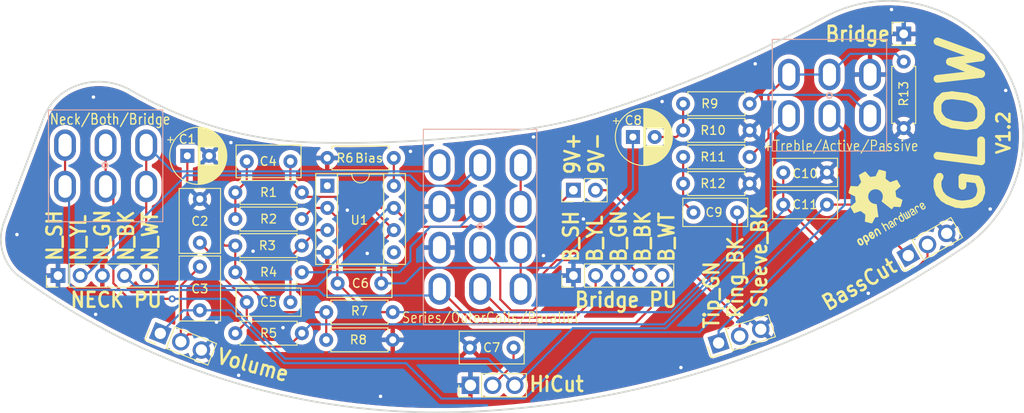
<source format=kicad_pcb>
(kicad_pcb (version 20211014) (generator pcbnew)
  (title_block (title "GLOW") (date "2022-04-10") (rev "A") (company "andre.janowicz@gmail.com") (comment 1 "https://github.com/andrejanowicz/GLOW") (comment 2 "Attribution-NonCommercial-ShareAlike 4.0 CC BY-NC-SA 4.0") (comment 3 "w. K-Mod Single Coil option") (comment 4 "Replacement Preamp PCB for G&L(R) L-2000 and L-2500 Tribute(R) Basses"))
  (layers (0 "F.Cu" signal) (31 "B.Cu" signal) (34 "B.Paste" user) (35 "F.Paste" user) (36 "B.SilkS" user "B.Silkscreen") (37 "F.SilkS" user "F.Silkscreen") (38 "B.Mask" user) (39 "F.Mask" user) (44 "Edge.Cuts" user))
  (net 0 "")
  (net 1 "Net-(C1-Pad1)")
  (net 2 "Net-(C2-Pad2)")
  (net 3 "Net-(C4-Pad2)")
  (net 4 "+9V")
  (net 7 "N_YELLOW")
  (net 8 "N_BLACK")
  (net 9 "Net-(C4-Pad1)")
  (net 10 "B_YELLOW")
  (net 11 "B_BLACK")
  (net 12 "Net-(C6-Pad2)")
  (net 13 "Net-(S2-Pad3)")
  (net 14 "Net-(S2-Pad12)")
  (net 15 "PU_OUT")
  (net 16 "AUDIO_JACK_SLEEVE_GROUND")
  (net 17 "PREAMP_IN")
  (net 18 "AUDIO_JACK_TIP_SIGNAL")
  (net 19 "PREAMP_SW")
  (net 20 "PREAMP_OUT")
  (net 21 "9V_NEGATIVE")
  (net 22 "NECK_OUT")
  (net 23 "Net-(C5-Pad2)")
  (net 24 "BRIDGE_OUT")
  (net 25 "Net-(C7-Pad1)")
  (net 26 "Net-(C8-Pad2)")
  (net 27 "Net-(C9-Pad2)")
  (net 28 "Net-(R6-Pad1)")
  (net 29 "Net-(C11-Pad2)")
  (footprint "Capacitor_THT:C_Rect_L7.2mm_W4.5mm_P5.00mm_FKS2_FKP2_MKS2_MKP2" (layer "F.Cu") (at 54.356 118.872 -90)
    (fp_text reference "C3" (at 2.54 0 180) (layer "F.SilkS"))
    (fp_text value "220pF")
    (pad "1" thru_hole circle (at 0 0 270) (size 1.6 1.6) (drill 0.8) (layers *.Cu *.Mask) (net 17 "PREAMP_IN"))
    (pad "2" thru_hole circle (at 5 0 270) (size 1.6 1.6) (drill 0.8) (layers *.Cu *.Mask) (net 29 "Net-(C11-Pad2)"))
  )
  (footprint "Resistor_THT:R_Axial_DIN0207_L6.3mm_D2.5mm_P7.62mm_Horizontal" (layer "F.Cu") (at 68.834 127.254)
    (fp_text reference "R8" (at 3.683 0) (layer "F.SilkS"))
    (fp_text value "1M")
    (pad "1" thru_hole circle (at 0 0) (size 1.6 1.6) (drill 0.8) (layers *.Cu *.Mask) (net 1 "Net-(C1-Pad1)"))
    (pad "2" thru_hole oval (at 7.62 0) (size 1.6 1.6) (drill 0.8) (layers *.Cu *.Mask) (net 16 "AUDIO_JACK_SLEEVE_GROUND"))
  )
  (footprint "Connector_PinHeader_2.54mm:PinHeader_1x05_P2.54mm_Vertical" (layer "F.Cu") (at 97.16 119.888 90)
    (fp_text reference "J2" hide)
    (fp_text value "Bridge")
    (pad "1" thru_hole rect (at 0 0 90) (size 1.7 1.7) (drill 1) (layers *.Cu *.Mask) (net 16 "AUDIO_JACK_SLEEVE_GROUND"))
    (pad "2" thru_hole oval (at 0 2.54 90) (size 1.7 1.7) (drill 1) (layers *.Cu *.Mask) (net 10 "B_YELLOW"))
    (pad "3" thru_hole oval (at 0 5.08 90) (size 1.7 1.7) (drill 1) (layers *.Cu *.Mask) (net 16 "AUDIO_JACK_SLEEVE_GROUND"))
    (pad "4" thru_hole oval (at 0 7.62 90) (size 1.7 1.7) (drill 1) (layers *.Cu *.Mask) (net 11 "B_BLACK"))
    (pad "5" thru_hole oval (at 0 10.16 90) (size 1.7 1.7) (drill 1) (layers *.Cu *.Mask) (net 24 "BRIDGE_OUT"))
  )
  (footprint "Symbol:OSHW-Logo2_9.8x8mm_SilkScreen" (layer "F.Cu") (at 132.08 111.379 30)
    (fp_text reference "REF**" hide)
    (fp_text value "OSHW-Logo2_9.8x8mm_SilkScreen" hide)
  )
  (footprint "Capacitor_THT:C_Rect_L7.2mm_W3.0mm_P5.00mm_FKS2_FKP2_MKS2_MKP2" (layer "F.Cu") (at 121.198 111.76)
    (fp_text reference "C11" (at 2.5 0) (layer "F.SilkS"))
    (fp_text value "2,2nF")
    (pad "1" thru_hole circle (at 0 0) (size 1.6 1.6) (drill 0.8) (layers *.Cu *.Mask) (net 15 "PU_OUT"))
    (pad "2" thru_hole circle (at 5 0) (size 1.6 1.6) (drill 0.8) (layers *.Cu *.Mask) (net 29 "Net-(C11-Pad2)"))
  )
  (footprint "Connector_PinHeader_2.54mm:PinHeader_1x03_P2.54mm_Vertical" (layer "F.Cu") (at 85.359 132.461 90)
    (fp_text reference "P2" hide)
    (fp_text value "Hi Cut 250k log")
    (pad "1" thru_hole rect (at 0 0 90) (size 2 2) (drill 1.3) (layers *.Cu *.Mask) (net 16 "AUDIO_JACK_SLEEVE_GROUND"))
    (pad "2" thru_hole oval (at 0 2.54 90) (size 2 2) (drill 1.3) (layers *.Cu *.Mask) (net 25 "Net-(C7-Pad1)"))
    (pad "3" thru_hole oval (at 0 5.08 90) (size 2 2) (drill 1.3) (layers *.Cu *.Mask) (net 15 "PU_OUT"))
  )
  (footprint "Capacitor_THT:CP_Radial_D6.3mm_P2.50mm" (layer "F.Cu") (at 52.919621 106.172)
    (fp_text reference "C1" (at 0 -1.905) (layer "F.SilkS"))
    (fp_text value "10uF")
    (pad "1" thru_hole rect (at 0 0) (size 1.6 1.6) (drill 0.8) (layers *.Cu *.Mask) (net 1 "Net-(C1-Pad1)"))
    (pad "2" thru_hole circle (at 2.5 0) (size 1.6 1.6) (drill 0.8) (layers *.Cu *.Mask) (net 16 "AUDIO_JACK_SLEEVE_GROUND"))
  )
  (footprint "Resistor_THT:R_Axial_DIN0207_L6.3mm_D2.5mm_P7.62mm_Horizontal" (layer "F.Cu") (at 109.728 100.203)
    (fp_text reference "R9" (at 3.048 0) (layer "F.SilkS"))
    (fp_text value "1k")
    (pad "1" thru_hole circle (at 0 0) (size 1.6 1.6) (drill 0.8) (layers *.Cu *.Mask) (net 26 "Net-(C8-Pad2)"))
    (pad "2" thru_hole oval (at 7.62 0) (size 1.6 1.6) (drill 0.8) (layers *.Cu *.Mask) (net 20 "PREAMP_OUT"))
  )
  (footprint "Resistor_THT:R_Axial_DIN0207_L6.3mm_D2.5mm_P7.62mm_Horizontal" (layer "F.Cu") (at 58.42 110.363)
    (fp_text reference "R1" (at 3.81 0) (layer "F.SilkS"))
    (fp_text value "21.5k")
    (pad "1" thru_hole circle (at 0 0) (size 1.6 1.6) (drill 0.8) (layers *.Cu *.Mask) (net 3 "Net-(C4-Pad2)"))
    (pad "2" thru_hole oval (at 7.62 0) (size 1.6 1.6) (drill 0.8) (layers *.Cu *.Mask) (net 9 "Net-(C4-Pad1)"))
  )
  (footprint "Capacitor_THT:CP_Radial_D6.3mm_P2.50mm" (layer "F.Cu") (at 103.973621 104.013)
    (fp_text reference "C8" (at 0.039379 -1.905) (layer "F.SilkS"))
    (fp_text value "10uF")
    (pad "1" thru_hole rect (at 0 0) (size 1.6 1.6) (drill 0.8) (layers *.Cu *.Mask) (net 9 "Net-(C4-Pad1)"))
    (pad "2" thru_hole circle (at 2.5 0) (size 1.6 1.6) (drill 0.8) (layers *.Cu *.Mask) (net 26 "Net-(C8-Pad2)"))
  )
  (footprint "Connector_PinHeader_2.54mm:PinHeader_1x03_P2.54mm_Vertical" (layer "F.Cu") (at 49.824276 126.517399 68)
    (fp_text reference "P1" hide)
    (fp_text value "Volume 250k log")
    (pad "1" thru_hole rect (at 0 0 68) (size 2 2) (drill 1.3) (layers *.Cu *.Mask) (net 29 "Net-(C11-Pad2)"))
    (pad "2" thru_hole oval (at 0 2.54 68) (size 2 2) (drill 1.3) (layers *.Cu *.Mask) (net 17 "PREAMP_IN"))
    (pad "3" thru_hole circle (at 0 5.08 68) (size 2 2) (drill 1.3) (layers *.Cu *.Mask) (net 16 "AUDIO_JACK_SLEEVE_GROUND"))
  )
  (footprint "Resistor_THT:R_Axial_DIN0207_L6.3mm_D2.5mm_P7.62mm_Horizontal" (layer "F.Cu") (at 109.728 106.299)
    (fp_text reference "R11" (at 3.429 0) (layer "F.SilkS"))
    (fp_text value "10K")
    (pad "1" thru_hole circle (at 0 0) (size 1.6 1.6) (drill 0.8) (layers *.Cu *.Mask) (net 27 "Net-(C9-Pad2)"))
    (pad "2" thru_hole oval (at 7.62 0) (size 1.6 1.6) (drill 0.8) (layers *.Cu *.Mask) (net 19 "PREAMP_SW"))
  )
  (footprint "Capacitor_THT:C_Rect_L7.2mm_W3.0mm_P5.00mm_FKS2_FKP2_MKS2_MKP2" (layer "F.Cu") (at 126.198 108.077 180)
    (fp_text reference "C10" (at 2.5 -0.127) (layer "F.SilkS"))
    (fp_text value "1nF")
    (pad "1" thru_hole circle (at 0 0 180) (size 1.6 1.6) (drill 0.8) (layers *.Cu *.Mask) (net 16 "AUDIO_JACK_SLEEVE_GROUND"))
    (pad "2" thru_hole circle (at 5 0 180) (size 1.6 1.6) (drill 0.8) (layers *.Cu *.Mask) (net 15 "PU_OUT"))
  )
  (footprint "Capacitor_THT:C_Rect_L7.2mm_W3.5mm_P5.00mm_FKS2_FKP2_MKS2_MKP2" (layer "F.Cu") (at 90.297 128.143 180)
    (fp_text reference "C7" (at 2.5 0) (layer "F.SilkS"))
    (fp_text value "47nF")
    (pad "1" thru_hole circle (at 0 0 180) (size 1.6 1.6) (drill 0.8) (layers *.Cu *.Mask) (net 25 "Net-(C7-Pad1)"))
    (pad "2" thru_hole circle (at 5 0 180) (size 1.6 1.6) (drill 0.8) (layers *.Cu *.Mask) (net 16 "AUDIO_JACK_SLEEVE_GROUND"))
  )
  (footprint "Resistor_THT:R_Axial_DIN0207_L6.3mm_D2.5mm_P7.62mm_Horizontal" (layer "F.Cu") (at 117.348 109.347 180)
    (fp_text reference "R12" (at 4.191 0) (layer "F.SilkS"))
    (fp_text value "27.4k")
    (pad "1" thru_hole circle (at 0 0 180) (size 1.6 1.6) (drill 0.8) (layers *.Cu *.Mask) (net 16 "AUDIO_JACK_SLEEVE_GROUND"))
    (pad "2" thru_hole oval (at 7.62 0 180) (size 1.6 1.6) (drill 0.8) (layers *.Cu *.Mask) (net 27 "Net-(C9-Pad2)"))
  )
  (footprint "Resistor_THT:R_Axial_DIN0207_L6.3mm_D2.5mm_P7.62mm_Horizontal" (layer "F.Cu") (at 66.04 113.411 180)
    (fp_text reference "R2" (at 3.81 0) (layer "F.SilkS"))
    (fp_text value "21.5k")
    (pad "1" thru_hole circle (at 0 0 180) (size 1.6 1.6) (drill 0.8) (layers *.Cu *.Mask) (net 12 "Net-(C6-Pad2)"))
    (pad "2" thru_hole oval (at 7.62 0 180) (size 1.6 1.6) (drill 0.8) (layers *.Cu *.Mask) (net 3 "Net-(C4-Pad2)"))
  )
  (footprint "Resistor_THT:R_Axial_DIN0207_L6.3mm_D2.5mm_P7.62mm_Horizontal" (layer "F.Cu") (at 66.04 126.492 180)
    (fp_text reference "R5" (at 3.81 0) (layer "F.SilkS"))
    (fp_text value "1k")
    (pad "1" thru_hole circle (at 0 0 180) (size 1.6 1.6) (drill 0.8) (layers *.Cu *.Mask) (net 17 "PREAMP_IN"))
    (pad "2" thru_hole oval (at 7.62 0 180) (size 1.6 1.6) (drill 0.8) (layers *.Cu *.Mask) (net 2 "Net-(C2-Pad2)"))
  )
  (footprint "Resistor_THT:R_Axial_DIN0207_L6.3mm_D2.5mm_P7.62mm_Horizontal" (layer "F.Cu") (at 58.41 116.459)
    (fp_text reference "R3" (at 3.683 0) (layer "F.SilkS"))
    (fp_text value "1M")
    (pad "1" thru_hole circle (at 0 0) (size 1.6 1.6) (drill 0.8) (layers *.Cu *.Mask) (net 1 "Net-(C1-Pad1)"))
    (pad "2" thru_hole oval (at 7.62 0) (size 1.6 1.6) (drill 0.8) (layers *.Cu *.Mask) (net 23 "Net-(C5-Pad2)"))
  )
  (footprint "Resistor_THT:R_Axial_DIN0207_L6.3mm_D2.5mm_P7.62mm_Horizontal" (layer "F.Cu") (at 76.571 106.416 180)
    (fp_text reference "R6" (at 5.578 -0.01) (layer "F.SilkS"))
    (fp_text value "1.5M")
    (pad "1" thru_hole circle (at 0 0 180) (size 1.6 1.6) (drill 0.8) (layers *.Cu *.Mask) (net 28 "Net-(R6-Pad1)"))
    (pad "2" thru_hole oval (at 7.62 0 180) (size 1.6 1.6) (drill 0.8) (layers *.Cu *.Mask) (net 16 "AUDIO_JACK_SLEEVE_GROUND"))
  )
  (footprint "Connector_PinHeader_2.54mm:PinHeader_1x05_P2.54mm_Vertical" (layer "F.Cu") (at 38.105 119.888 90)
    (fp_text reference "J1" hide)
    (fp_text value "Neck")
    (pad "1" thru_hole rect (at 0 0 90) (size 1.7 1.7) (drill 1) (layers *.Cu *.Mask) (net 16 "AUDIO_JACK_SLEEVE_GROUND"))
    (pad "2" thru_hole oval (at 0 2.54 90) (size 1.7 1.7) (drill 1) (layers *.Cu *.Mask) (net 7 "N_YELLOW"))
    (pad "3" thru_hole oval (at 0 5.08 90) (size 1.7 1.7) (drill 1) (layers *.Cu *.Mask) (net 16 "AUDIO_JACK_SLEEVE_GROUND"))
    (pad "4" thru_hole oval (at 0 7.62 90) (size 1.7 1.7) (drill 1) (layers *.Cu *.Mask) (net 8 "N_BLACK"))
    (pad "5" thru_hole oval (at 0 10.16 90) (size 1.7 1.7) (drill 1) (layers *.Cu *.Mask) (net 22 "NECK_OUT"))
  )
  (footprint "Connector_PinHeader_2.54mm:PinHeader_1x03_P2.54mm_Vertical" (layer "F.Cu") (at 113.790331 127.611239 108)
    (fp_text reference "J4" hide)
    (fp_text value "TRS")
    (pad "1" thru_hole rect (at 0 0 108) (size 2 2) (drill 1.3) (layers *.Cu *.Mask) (net 18 "AUDIO_JACK_TIP_SIGNAL"))
    (pad "2" thru_hole circle (at 0 2.54 108) (size 2 2) (drill 1.3) (layers *.Cu *.Mask) (net 21 "9V_NEGATIVE"))
    (pad "3" thru_hole circle (at 0 5.08 108) (size 2 2) (drill 1.3) (layers *.Cu *.Mask) (net 16 "AUDIO_JACK_SLEEVE_GROUND"))
  )
  (footprint "Capacitor_THT:C_Rect_L7.2mm_W3.0mm_P5.00mm_FKS2_FKP2_MKS2_MKP2" (layer "F.Cu") (at 75.144 120.777 180)
    (fp_text reference "C6" (at 2.393 0 180) (layer "F.SilkS"))
    (fp_text value "1nF")
    (pad "1" thru_hole circle (at 0 0 180) (size 1.6 1.6) (drill 0.8) (layers *.Cu *.Mask) (net 9 "Net-(C4-Pad1)"))
    (pad "2" thru_hole circle (at 5 0 180) (size 1.6 1.6) (drill 0.8) (layers *.Cu *.Mask) (net 12 "Net-(C6-Pad2)"))
  )
  (footprint "Capacitor_THT:C_Rect_L7.2mm_W3.5mm_P5.00mm_FKS2_FKP2_MKS2_MKP2" (layer "F.Cu") (at 64.73 106.807 180)
    (fp_text reference "C4" (at 2.54 0 180) (layer "F.SilkS"))
    (fp_text value "47nF")
    (pad "1" thru_hole circle (at 0 0 180) (size 1.6 1.6) (drill 0.8) (layers *.Cu *.Mask) (net 9 "Net-(C4-Pad1)"))
    (pad "2" thru_hole circle (at 5 0 180) (size 1.6 1.6) (drill 0.8) (layers *.Cu *.Mask) (net 3 "Net-(C4-Pad2)"))
  )
  (footprint "Package_DIP:DIP-8_W7.62mm_Socket" (layer "F.Cu") (at 68.961 109.601)
    (fp_text reference "U1" (at 3.673 3.937) (layer "F.SilkS"))
    (fp_text value "LM4250")
    (pad "1" thru_hole rect (at 0 0) (size 1.6 1.6) (drill 0.8) (layers *.Cu *.Mask))
    (pad "2" thru_hole oval (at 0 2.54) (size 1.6 1.6) (drill 0.8) (layers *.Cu *.Mask) (net 12 "Net-(C6-Pad2)"))
    (pad "3" thru_hole oval (at 0 5.08) (size 1.6 1.6) (drill 0.8) (layers *.Cu *.Mask) (net 23 "Net-(C5-Pad2)"))
    (pad "4" thru_hole oval (at 0 7.62) (size 1.6 1.6) (drill 0.8) (layers *.Cu *.Mask) (net 16 "AUDIO_JACK_SLEEVE_GROUND"))
    (pad "5" thru_hole oval (at 7.62 7.62) (size 1.6 1.6) (drill 0.8) (layers *.Cu *.Mask))
    (pad "6" thru_hole oval (at 7.62 5.08) (size 1.6 1.6) (drill 0.8) (layers *.Cu *.Mask) (net 9 "Net-(C4-Pad1)"))
    (pad "7" thru_hole oval (at 7.62 2.54) (size 1.6 1.6) (drill 0.8) (layers *.Cu *.Mask) (net 4 "+9V"))
    (pad "8" thru_hole oval (at 7.62 0) (size 1.6 1.6) (drill 0.8) (layers *.Cu *.Mask) (net 28 "Net-(R6-Pad1)"))
  )
  (footprint "Capacitor_THT:C_Rect_L7.2mm_W3.0mm_P5.00mm_FKS2_FKP2_MKS2_MKP2" (layer "F.Cu") (at 115.911 112.649 180)
    (fp_text reference "C9" (at 2.647 0) (layer "F.SilkS"))
    (fp_text value "15nF")
    (pad "1" thru_hole circle (at 0 0 180) (size 1.6 1.6) (drill 0.8) (layers *.Cu *.Mask) (net 12 "Net-(C6-Pad2)"))
    (pad "2" thru_hole circle (at 5 0 180) (size 1.6 1.6) (drill 0.8) (layers *.Cu *.Mask) (net 27 "Net-(C9-Pad2)"))
  )
  (footprint "Connector_PinHeader_2.54mm:PinHeader_1x01_P2.54mm_Vertical" (layer "F.Cu") (at 135.001 92.202)
    (fp_text reference "J5" hide)
    (fp_text value "Bridge GND")
    (pad "1" thru_hole rect (at 0 0) (size 1.7 1.7) (drill 1) (layers *.Cu *.Mask) (net 16 "AUDIO_JACK_SLEEVE_GROUND"))
  )
  (footprint "Resistor_THT:R_Axial_DIN0207_L6.3mm_D2.5mm_P7.62mm_Horizontal" (layer "F.Cu") (at 135.001 102.997 90)
    (fp_text reference "R13" (at 3.937 0 270) (layer "F.SilkS"))
    (fp_text value "10M")
    (pad "1" thru_hole circle (at 0 0 90) (size 1.6 1.6) (drill 0.8) (layers *.Cu *.Mask) (net 16 "AUDIO_JACK_SLEEVE_GROUND"))
    (pad "2" thru_hole oval (at 7.62 0 90) (size 1.6 1.6) (drill 0.8) (layers *.Cu *.Mask) (net 19 "PREAMP_SW"))
  )
  (footprint "Capacitor_THT:C_Rect_L7.2mm_W4.5mm_P5.00mm_FKS2_FKP2_MKS2_MKP2" (layer "F.Cu") (at 54.356 111.125 -90)
    (fp_text reference "C2" (at 2.54 0) (layer "F.SilkS"))
    (fp_text value "220pF")
    (pad "1" thru_hole circle (at 0 0 270) (size 1.6 1.6) (drill 0.8) (layers *.Cu *.Mask) (net 16 "AUDIO_JACK_SLEEVE_GROUND"))
    (pad "2" thru_hole circle (at 5 0 270) (size 1.6 1.6) (drill 0.8) (layers *.Cu *.Mask) (net 2 "Net-(C2-Pad2)"))
  )
  (footprint "Resistor_THT:R_Axial_DIN0207_L6.3mm_D2.5mm_P7.62mm_Horizontal" (layer "F.Cu") (at 66.04 119.507 180)
    (fp_text reference "R4" (at 3.81 0) (layer "F.SilkS"))
    (fp_text value "1M")
    (pad "1" thru_hole circle (at 0 0 180) (size 1.6 1.6) (drill 0.8) (layers *.Cu *.Mask) (net 4 "+9V"))
    (pad "2" thru_hole oval (at 7.62 0 180) (size 1.6 1.6) (drill 0.8) (layers *.Cu *.Mask) (net 1 "Net-(C1-Pad1)"))
  )
  (footprint "Connector_PinHeader_2.54mm:PinHeader_1x02_P2.54mm_Vertical" (layer "F.Cu") (at 97.15 110.109 90)
    (fp_text reference "J3" hide)
    (fp_text value "9V")
    (pad "1" thru_hole rect (at 0 0 90) (size 1.7 1.7) (drill 1) (layers *.Cu *.Mask) (net 4 "+9V"))
    (pad "2" thru_hole oval (at 0 2.54 90) (size 1.7 1.7) (drill 1) (layers *.Cu *.Mask) (net 21 "9V_NEGATIVE"))
  )
  (footprint "Resistor_THT:R_Axial_DIN0207_L6.3mm_D2.5mm_P7.62mm_Horizontal" (layer "F.Cu") (at 68.834 124.079)
    (fp_text reference "R7" (at 3.81 -0.127) (layer "F.SilkS"))
    (fp_text value "221K")
    (pad "1" thru_hole circle (at 0 0) (size 1.6 1.6) (drill 0.8) (layers *.Cu *.Mask) (net 1 "Net-(C1-Pad1)"))
    (pad "2" thru_hole oval (at 7.62 0) (size 1.6 1.6) (drill 0.8) (layers *.Cu *.Mask) (net 12 "Net-(C6-Pad2)"))
  )
  (footprint "Capacitor_THT:C_Rect_L7.2mm_W3.0mm_P5.00mm_FKS2_FKP2_MKS2_MKP2" (layer "F.Cu") (at 59.73 122.936)
    (fp_text reference "C5" (at 2.5 0) (layer "F.SilkS"))
    (fp_text value "10nF")
    (pad "1" thru_hole circle (at 0 0) (size 1.6 1.6) (drill 0.8) (layers *.Cu *.Mask) (net 2 "Net-(C2-Pad2)"))
    (pad "2" thru_hole circle (at 5 0) (size 1.6 1.6) (drill 0.8) (layers *.Cu *.Mask) (net 23 "Net-(C5-Pad2)"))
  )
  (footprint "Resistor_THT:R_Axial_DIN0207_L6.3mm_D2.5mm_P7.62mm_Horizontal" (layer "F.Cu") (at 117.348 103.251 180)
    (fp_text reference "R10" (at 4.191 0) (layer "F.SilkS"))
    (fp_text value "100k")
    (pad "1" thru_hole circle (at 0 0 180) (size 1.6 1.6) (drill 0.8) (layers *.Cu *.Mask) (net 16 "AUDIO_JACK_SLEEVE_GROUND"))
    (pad "2" thru_hole oval (at 7.62 0 180) (size 1.6 1.6) (drill 0.8) (layers *.Cu *.Mask) (net 26 "Net-(C8-Pad2)"))
  )
  (footprint "Connector_PinHeader_2.54mm:PinHeader_1x03_P2.54mm_Vertical" (layer "F.Cu") (at 135.524 117.5945 120)
    (fp_text reference "P3" hide)
    (fp_text value "Bass Cut 1M")
    (pad "1" thru_hole rect (at 0 0 120) (size 2 2) (drill 1.3) (layers *.Cu *.Mask) (net 29 "Net-(C11-Pad2)"))
    (pad "2" thru_hole circle (at 0 2.54 120) (size 2 2) (drill 1.3) (layers *.Cu *.Mask) (net 15 "PU_OUT"))
    (pad "3" thru_hole circle (at 0 5.08 120) (size 2 2) (drill 1.3) (layers *.Cu *.Mask) (net 16 "AUDIO_JACK_SLEEVE_GROUND"))
  )
  (footprint "Switch_toggle:DPDT M2044SS1W01" (layer "B.Cu") (at 43.561 107.315 90)
    (fp_text reference "S1" hide)
    (fp_text value "2PDT ON,ON,ON")
    (pad "1" thru_hole oval locked (at -2.37 -4.65) (size 2.5 3.6) (drill oval 1.5 2.6) (layers *.Cu *.Mask) (net 24 "BRIDGE_OUT"))
    (pad "2" thru_hole oval locked (at -2.37 0) (size 2.5 3.6) (drill oval 1.5 2.6) (layers *.Cu *.Mask) (net 15 "PU_OUT"))
    (pad "3" thru_hole oval locked (at -2.37 4.65) (size 2.5 3.6) (drill oval 1.5 2.6) (layers *.Cu *.Mask) (net 22 "NECK_OUT"))
    (pad "4" thru_hole oval locked (at 2.37 -4.65) (size 2.5 3.6) (drill oval 1.5 2.6) (layers *.Cu *.Mask) (net 24 "BRIDGE_OUT"))
    (pad "5" thru_hole oval locked (at 2.37 0) (size 2.5 3.6) (drill oval 1.5 2.6) (layers *.Cu *.Mask) (net 15 "PU_OUT"))
    (pad "6" thru_hole oval locked (at 2.37 4.65) (size 2.5 3.6) (drill oval 1.5 2.6) (layers *.Cu *.Mask) (net 22 "NECK_OUT"))
  )
  (footprint "Switch_toggle:DPDT M2044SS1W01" (layer "B.Cu") (at 126.492873 99.226654 90)
    (fp_text reference "S3" hide)
    (fp_text value "2PDT ON,ON,ON")
    (pad "1" thru_hole oval locked (at -2.37 -4.65) (size 2.5 3.6) (drill oval 1.5 2.6) (layers *.Cu *.Mask) (net 17 "PREAMP_IN"))
    (pad "2" thru_hole oval locked (at -2.37 0) (size 2.5 3.6) (drill oval 1.5 2.6) (layers *.Cu *.Mask) (net 18 "AUDIO_JACK_TIP_SIGNAL"))
    (pad "3" thru_hole oval locked (at -2.37 4.65) (size 2.5 3.6) (drill oval 1.5 2.6) (layers *.Cu *.Mask) (net 20 "PREAMP_OUT"))
    (pad "4" thru_hole oval locked (at 2.37 -4.65) (size 2.5 3.6) (drill oval 1.5 2.6) (layers *.Cu *.Mask) (net 19 "PREAMP_SW"))
    (pad "5" thru_hole oval locked (at 2.37 0) (size 2.5 3.6) (drill oval 1.5 2.6) (layers *.Cu *.Mask) (net 19 "PREAMP_SW"))
    (pad "6" thru_hole oval locked (at 2.37 4.65) (size 2.5 3.6) (drill oval 1.5 2.6) (layers *.Cu *.Mask) (net 16 "AUDIO_JACK_SLEEVE_GROUND"))
  )
  (footprint "G&L:4PDT M2044SS1W01" (layer "B.Cu") (at 86.462601 114.326967)
    (fp_text reference "S2" hide)
    (fp_text value "4PDT ON,ON,ON")
    (pad "1" thru_hole oval locked (at -4.65 7.1) (size 2.5 3.6) (drill oval 1.5 2.6) (layers *.Cu *.Mask) (net 24 "BRIDGE_OUT"))
    (pad "2" thru_hole oval locked (at 0 7.1) (size 2.5 3.6) (drill oval 1.5 2.6) (layers *.Cu *.Mask) (net 10 "B_YELLOW"))
    (pad "3" thru_hole oval locked (at 4.65 7.1) (size 2.5 3.6) (drill oval 1.5 2.6) (layers *.Cu *.Mask) (net 13 "Net-(S2-Pad3)"))
    (pad "4" thru_hole oval locked (at -4.65 2.35) (size 2.5 3.6) (drill oval 1.5 2.6) (layers *.Cu *.Mask) (net 16 "AUDIO_JACK_SLEEVE_GROUND"))
    (pad "5" thru_hole oval locked (at 0 2.35) (size 2.5 3.6) (drill oval 1.5 2.6) (layers *.Cu *.Mask) (net 11 "B_BLACK"))
    (pad "6" thru_hole oval locked (at 4.65 2.35) (size 2.5 3.6) (drill oval 1.5 2.6) (layers *.Cu *.Mask) (net 13 "Net-(S2-Pad3)"))
    (pad "7" thru_hole oval locked (at -4.65 -2.35) (size 2.5 3.6) (drill oval 1.5 2.6) (layers *.Cu *.Mask) (net 16 "AUDIO_JACK_SLEEVE_GROUND"))
    (pad "8" thru_hole oval locked (at 0 -2.35) (size 2.5 3.6) (drill oval 1.5 2.6) (layers *.Cu *.Mask) (net 8 "N_BLACK"))
    (pad "9" thru_hole oval locked (at 4.65 -2.35) (size 2.5 3.6) (drill oval 1.5 2.6) (layers *.Cu *.Mask) (net 14 "Net-(S2-Pad12)"))
    (pad "10" thru_hole oval locked (at -4.65 -7.1) (size 2.5 3.6) (drill oval 1.5 2.6) (layers *.Cu *.Mask) (net 22 "NECK_OUT"))
    (pad "11" thru_hole oval locked (at 0 -7.1) (size 2.5 3.6) (drill oval 1.5 2.6) (layers *.Cu *.Mask) (net 7 "N_YELLOW"))
    (pad "12" thru_hole oval locked (at 4.65 -7.1) (size 2.5 3.6) (drill oval 1.5 2.6) (layers *.Cu *.Mask) (net 14 "Net-(S2-Pad12)"))
  )
  (gr_circle (center 86.485103 114.250836) (end 86.785103 114.250836) (layer "B.SilkS") (width 0.2) (fill none))
  (gr_circle (center 43.485103 107.250836) (end 43.785103 107.250836) (layer "B.SilkS") (width 0.2) (fill none))
  (gr_circle (center 126.485103 99.250836) (end 126.785103 99.250836) (layer "B.SilkS") (width 0.2) (fill none))
  (gr_line (start 36.437903 101.849136) (end 31.909303 113.801982) (layer "Edge.Cuts") (width 0.2))
  (gr_arc (start 90.468494 103.283523) (mid 78.938559 104.457121) (end 67.350557 104.644025) (layer "Edge.Cuts") (width 0.2))
  (gr_arc (start 39.419376 98.497237) (mid 42.974015 97.677515) (end 46.48188 98.67866) (layer "Edge.Cuts") (width 0.2))
  (gr_arc (start 100.37229 101.134731) (mid 95.472409 102.448746) (end 90.468564 103.283611) (layer "Edge.Cuts") (width 0.2))
  (gr_arc (start 36.437826 101.849129) (mid 37.61945 99.89817) (end 39.419395 98.497215) (layer "Edge.Cuts") (width 0.2))
  (gr_arc (start 67.350544 104.644117) (mid 56.538553 102.982615) (end 46.48192 98.678677) (layer "Edge.Cuts") (width 0.2))
  (gr_arc (start 33.371144 119.763215) (mid 31.713866 117.009779) (end 31.909247 113.802006) (layer "Edge.Cuts") (width 0.2))
  (gr_arc (start 125.904158 90.289147) (mid 146.501769 95.906911) (end 141.76911 116.725719) (layer "Edge.Cuts") (width 0.2))
  (gr_arc (start 125.904517 90.289666) (mid 113.399154 96.326212) (end 100.372412 101.13537) (layer "Edge.Cuts") (width 0.2))
  (gr_arc (start 86.485046 135.43643) (mid 58.563045 132.225509) (end 33.37102 119.763166) (layer "Edge.Cuts") (width 0.2))
  (gr_arc (start 141.769059 116.725478) (mid 115.390056 129.812641) (end 86.485011 135.43616) (layer "Edge.Cuts") (width 0.2))
  (gr_text "NECK PU" (at 39.37 122.682) (layer "F.SilkS") (effects (font (size 1.7 1.54) (thickness 0.3)) (justify left)))
  (gr_text "Volume" (at 56.261 129.032 -15) (layer "F.SilkS") (effects (font (size 1.7 1.54) (thickness 0.3)) (justify left)))
  (gr_text "Tip_GN\n Ring_BK\n  Sleeve_BK\n\n" (at 117.094 126.111 90) (layer "F.SilkS") (effects (font (size 1.7 1.54) (thickness 0.3)) (justify left)))
  (gr_text "B_SH\nB_YL\nB_GN\nB_BK\nB_WT" (at 102.362 118.491 90) (layer "F.SilkS") (effects (font (size 1.7 1.54) (thickness 0.3)) (justify left)))
  (gr_text "Bias" (at 75.438 106.426) (layer "F.SilkS") (effects (font (size 1 1)) (justify right)))
  (gr_text "Neck/Both/Bridge\n" (at 44.069 101.981) (layer "F.SilkS") (effects (font (size 1.2 1))))
  (gr_text "BassCut\n" (at 125.73 123.317 30) (layer "F.SilkS") (effects (font (size 1.7 1.54) (thickness 0.3)) (justify left)))
  (gr_text "Bridge PU" (at 97.155 122.682) (layer "F.SilkS") (effects (font (size 1.7 1.54) (thickness 0.3)) (justify left)))
  (gr_text "+Treble/Active/Passive" (at 127.762 105.029) (layer "F.SilkS") (effects (font (size 1.2 1) (thickness 0.125))))
  (gr_text "V1.2" (at 146.431 103.505 90) (layer "F.SilkS") (effects (font (size 1.5 1.5) (thickness 0.3))))
  (gr_text "HiCut" (at 91.948 132.334) (layer "F.SilkS") (effects (font (size 1.7 1.54) (thickness 0.3)) (justify left)))
  (gr_text "GLOW" (at 141.605 113.538 90) (layer "F.SilkS") (effects (font (size 5 5) (thickness 0.9) italic) (justify left)))
  (gr_text "N_SH\nN_YL\nN_GN\nN_BK\nN_WT" (at 43.18 118.364 90) (layer "F.SilkS") (effects (font (size 1.7 1.5) (thickness 0.3)) (justify left)))
  (gr_text "9V+\n9V-" (at 98.425 108.458 90) (layer "F.SilkS") (effects (font (size 1.7 1.54) (thickness 0.3)) (justify left)))
  (gr_text "Bridge" (at 125.857 92.202) (layer "F.SilkS") (effects (font (size 1.7 1.54) (thickness 0.3)) (justify left)))
  (gr_text "Series/OuterCoils/Parallel" (at 87.63 124.714) (layer "F.SilkS") (effects (font (size 1.2 1) (thickness 0.125))))
  (segment (start 68.834 124.079) (end 68.834 127.254) (width 0.25) (layer "F.Cu") (net 1))
  (segment (start 62.992 124.079) (end 68.834 124.079) (width 0.25) (layer "F.Cu") (net 1))
  (segment (start 58.42 119.507) (end 62.992 124.079) (width 0.25) (layer "F.Cu") (net 1))
  (segment (start 57.2135 116.459) (end 58.41 116.459) (width 0.25) (layer "F.Cu") (net 1))
  (segment (start 52.919621 106.172) (end 52.919621 112.165121) (width 0.25) (layer "F.Cu") (net 1))
  (segment (start 58.41 119.497) (end 58.42 119.507) (width 0.25) (layer "F.Cu") (net 1))
  (segment (start 58.41 116.459) (end 58.41 119.497) (width 0.25) (layer "F.Cu") (net 1))
  (segment (start 52.919621 112.165121) (end 57.2135 116.459) (width 0.25) (layer "F.Cu") (net 1))
  (segment (start 59.73 122.809) (end 59.73 125.182) (width 0.25) (layer "F.Cu") (net 2))
  (segment (start 56.769 118.538) (end 56.769 119.848) (width 0.25) (layer "F.Cu") (net 2))
  (segment (start 56.769 119.848) (end 59.73 122.809) (width 0.25) (layer "F.Cu") (net 2))
  (segment (start 59.73 125.182) (end 58.42 126.492) (width 0.25) (layer "F.Cu") (net 2))
  (segment (start 54.356 116.125) (end 56.769 118.538) (width 0.25) (layer "F.Cu") (net 2))
  (segment (start 58.42 110.363) (end 58.42 113.411) (width 0.25) (layer "F.Cu") (net 3))
  (segment (start 59.73 109.053) (end 58.42 110.363) (width 0.25) (layer "F.Cu") (net 3))
  (segment (start 59.73 106.807) (end 59.73 109.053) (width 0.25) (layer "F.Cu") (net 3))
  (segment (start 76.581 112.141) (end 78.74 114.3) (width 0.25) (layer "F.Cu") (net 4))
  (segment (start 92.959 114.3) (end 97.15 110.109) (width 0.25) (layer "F.Cu") (net 4))
  (segment (start 78.74 114.3) (end 92.959 114.3) (width 0.25) (layer "F.Cu") (net 4))
  (segment (start 76.581 112.141) (end 75.946 112.141) (width 0.25) (layer "B.Cu") (net 4))
  (segment (start 75.946 112.141) (end 68.58 119.507) (width 0.25) (layer "B.Cu") (net 4))
  (segment (start 68.58 119.507) (end 66.04 119.507) (width 0.25) (layer "B.Cu") (net 4))
  (segment (start 84.088568 109.601) (end 86.462601 107.226967) (width 0.25) (layer "B.Cu") (net 7))
  (segment (start 78.42752 108.39952) (end 79.629 109.601) (width 0.25) (layer "B.Cu") (net 7))
  (segment (start 52.76348 108.39952) (end 78.42752 108.39952) (width 0.25) (layer "B.Cu") (net 7))
  (segment (start 41.275 119.888) (end 52.76348 108.39952) (width 0.25) (layer "B.Cu") (net 7))
  (segment (start 40.645 119.888) (end 41.275 119.888) (width 0.25) (layer "B.Cu") (net 7))
  (segment (start 79.629 109.601) (end 84.088568 109.601) (width 0.25) (layer "B.Cu") (net 7))
  (segment (start 77.216 119.507) (end 78.486 118.237) (width 0.25) (layer "B.Cu") (net 8))
  (segment (start 78.486 118.237) (end 78.486 116.586) (width 0.25) (layer "B.Cu") (net 8))
  (segment (start 45.725 119.888) (end 46.92648 121.08948) (width 0.25) (layer "B.Cu") (net 8))
  (segment (start 67.823379 121.08948) (end 69.405859 119.507) (width 0.25) (layer "B.Cu") (net 8))
  (segment (start 78.486 116.586) (end 80.772 114.3) (width 0.25) (layer "B.Cu") (net 8))
  (segment (start 69.405859 119.507) (end 77.216 119.507) (width 0.25) (layer "B.Cu") (net 8))
  (segment (start 46.92648 121.08948) (end 67.823379 121.08948) (width 0.25) (layer "B.Cu") (net 8))
  (segment (start 80.772 114.3) (end 84.139568 114.3) (width 0.25) (layer "B.Cu") (net 8))
  (segment (start 84.139568 114.3) (end 86.462601 111.976967) (width 0.25) (layer "B.Cu") (net 8))
  (segment (start 66.04 110.363) (end 66.548 110.871) (width 0.25) (layer "F.Cu") (net 9))
  (segment (start 66.548 110.871) (end 72.771 110.871) (width 0.25) (layer "F.Cu") (net 9))
  (segment (start 75.144 116.118) (end 75.144 120.777) (width 0.25) (layer "F.Cu") (net 9))
  (segment (start 64.73 109.053) (end 64.73 106.807) (width 0.25) (layer "F.Cu") (net 9))
  (segment (start 66.04 110.363) (end 64.73 109.053) (width 0.25) (layer "F.Cu") (net 9))
  (segment (start 76.581 114.681) (end 75.144 116.118) (width 0.25) (layer "F.Cu") (net 9))
  (segment (start 72.771 110.871) (end 76.581 114.681) (width 0.25) (layer "F.Cu") (net 9))
  (segment (start 77.851 120.777) (end 75.144 120.777) (width 0.25) (layer "B.Cu") (net 9))
  (segment (start 79.629 118.999) (end 77.851 120.777) (width 0.25) (layer "B.Cu") (net 9))
  (segment (start 103.973621 110.021379) (end 94.996 118.999) (width 0.25) (layer "B.Cu") (net 9))
  (segment (start 94.996 118.999) (end 79.629 118.999) (width 0.25) (layer "B.Cu") (net 9))
  (segment (start 103.973621 104.013) (end 103.973621 110.021379) (width 0.25) (layer "B.Cu") (net 9))
  (segment (start 97.287 124.714) (end 99.7 122.301) (width 0.25) (layer "F.Cu") (net 10))
  (segment (start 89.749634 124.714) (end 97.287 124.714) (width 0.25) (layer "F.Cu") (net 10))
  (segment (start 99.7 122.301) (end 99.7 119.888) (width 0.25) (layer "F.Cu") (net 10))
  (segment (start 86.462601 121.426967) (end 89.749634 124.714) (width 0.25) (layer "F.Cu") (net 10))
  (segment (start 95.25 118.11) (end 103.002 118.11) (width 0.25) (layer "F.Cu") (net 11))
  (segment (start 86.462601 116.676967) (end 88.773 118.987366) (width 0.25) (layer "F.Cu") (net 11))
  (segment (start 93.726 122.682) (end 93.726 119.634) (width 0.25) (layer "F.Cu") (net 11))
  (segment (start 93.726 119.634) (end 95.25 118.11) (width 0.25) (layer "F.Cu") (net 11))
  (segment (start 90.03798 123.88348) (end 92.52452 123.88348) (width 0.25) (layer "F.Cu") (net 11))
  (segment (start 88.773 122.6185) (end 90.03798 123.88348) (width 0.25) (layer "F.Cu") (net 11))
  (segment (start 92.52452 123.88348) (end 93.726 122.682) (width 0.25) (layer "F.Cu") (net 11))
  (segment (start 103.002 118.11) (end 104.78 119.888) (width 0.25) (layer "F.Cu") (net 11))
  (segment (start 88.773 118.987366) (end 88.773 122.6185) (width 0.25) (layer "F.Cu") (net 11))
  (segment (start 66.04 113.411) (end 67.31 112.141) (width 0.25) (layer "F.Cu") (net 12))
  (segment (start 67.31 112.141) (end 68.961 112.141) (width 0.25) (layer "F.Cu") (net 12))
  (segment (start 73.446 124.079) (end 76.454 124.079) (width 0.25) (layer "F.Cu") (net 12))
  (segment (start 70.104 113.284) (end 70.104 120.737) (width 0.25) (layer "F.Cu") (net 12))
  (segment (start 70.104 120.737) (end 70.144 120.777) (width 0.25) (layer "F.Cu") (net 12))
  (segment (start 70.144 120.777) (end 73.446 124.079) (width 0.25) (layer "F.Cu") (net 12))
  (segment (start 68.961 112.141) (end 70.104 113.284) (width 0.25) (layer "F.Cu") (net 12))
  (segment (start 76.454 124.079) (end 108.331 124.079) (width 0.25) (layer "B.Cu") (net 12))
  (segment (start 115.911 116.499) (end 115.911 112.649) (width 0.25) (layer "B.Cu") (net 12))
  (segment (start 108.331 124.079) (end 115.911 116.499) (width 0.25) (layer "B.Cu") (net 12))
  (segment (start 91.112601 116.676967) (end 91.112601 121.426967) (width 0.25) (layer "F.Cu") (net 13))
  (segment (start 91.112601 111.976967) (end 91.112601 107.226967) (width 0.25) (layer "F.Cu") (net 14))
  (segment (start 46.228 122.555) (end 44.45 120.777) (width 0.25) (layer "F.Cu") (net 15))
  (segment (start 121.198 108.077) (end 121.198 111.76) (width 0.25) (layer "F.Cu") (net 15))
  (segment (start 44.45 110.574) (end 43.561 109.685) (width 0.25) (layer "F.Cu") (net 15))
  (segment (start 121.198 111.76) (end 129.199 119.761) (width 0.25) (layer "F.Cu") (net 15))
  (segment (start 135.763 119.761) (end 137.723705 117.800295) (width 0.25) (layer "F.Cu") (net 15))
  (segment (start 137.723705 117.800295) (end 137.723705 116.3245) (width 0.25) (layer "F.Cu") (net 15))
  (segment (start 51.181 122.555) (end 46.228 122.555) (width 0.25) (layer "F.Cu") (net 15))
  (segment (start 43.561 109.685) (end 43.561 104.525) (width 0.25) (layer "F.Cu") (net 15))
  (segment (start 129.199 119.761) (end 135.763 119.761) (width 0.25) (layer "F.Cu") (net 15))
  (segment (start 44.45 120.777) (end 44.45 110.574) (width 0.25) (layer "F.Cu") (net 15))
  (via (at 51.181 122.555) (size 0.8) (drill 0.4) (layers "F.Cu" "B.Cu") (net 15))
  (segment (start 121.198 112.483436) (end 121.198 111.76) (width 0.25) (layer "B.Cu") (net 15))
  (segment (start 57.277718 122.555) (end 64.135718 129.413) (width 0.25) (layer "B.Cu") (net 15))
  (segment (start 90.551 132.461) (end 97.08648 125.92552) (width 0.25) (layer "B.Cu") (net 15))
  (segment (start 90.439 132.461) (end 90.551 132.461) (width 0.25) (layer "B.Cu") (net 15))
  (segment (start 107.755916 125.92552) (end 121.198 112.483436) (width 0.25) (layer "B.Cu") (net 15))
  (segment (start 51.181 122.555) (end 57.277718 122.555) (width 0.25) (layer "B.Cu") (net 15))
  (segment (start 87.391 129.413) (end 90.439 132.461) (width 0.25) (layer "B.Cu") (net 15))
  (segment (start 97.08648 125.92552) (end 107.755916 125.92552) (width 0.25) (layer "B.Cu") (net 15))
  (segment (start 64.135718 129.413) (end 87.391 129.413) (width 0.25) (layer "B.Cu") (net 15))
  (via (at 33.401 115.189) (size 0.8) (drill 0.4) (layers "F.Cu" "B.Cu") (net 16))
  (via (at 60.452 117.094) (size 0.8) (drill 0.4) (layers "F.Cu" "B.Cu") (net 16))
  (via (at 144.907 112.268) (size 0.8) (drill 0.4) (layers "F.Cu" "B.Cu") (net 16))
  (via (at 75.057 133.731) (size 0.8) (drill 0.4) (layers "F.Cu" "B.Cu") (net 16))
  (via (at 109.474 130.429) (size 0.8) (drill 0.4) (layers "F.Cu" "B.Cu") (net 16))
  (via (at 58.801 131.318) (size 0.8) (drill 0.4) (layers "F.Cu" "B.Cu") (net 16))
  (via (at 98.298 113.411) (size 0.8) (drill 0.4) (layers "F.Cu" "B.Cu") (net 16))
  (via (at 107.315 99.949) (size 0.8) (drill 0.4) (layers "F.Cu" "B.Cu") (net 16))
  (via (at 57.912 104.648) (size 0.8) (drill 0.4) (layers "F.Cu" "B.Cu") (net 16))
  (via (at 73.533 117.348) (size 0.8) (drill 0.4) (layers "F.Cu" "B.Cu") (net 16))
  (via (at 42.164 99.441) (size 0.8) (drill 0.4) (layers "F.Cu" "B.Cu") (net 16))
  (via (at 117.983 95.631) (size 0.8) (drill 0.4) (layers "F.Cu" "B.Cu") (net 16))
  (via (at 71.247 112.395) (size 0.8) (drill 0.4) (layers "F.Cu" "B.Cu") (net 16))
  (via (at 130.937 121.92) (size 0.8) (drill 0.4) (layers "F.Cu" "B.Cu") (net 16))
  (via (at 63.881 125.857) (size 0.8) (drill 0.4) (layers "F.Cu" "B.Cu") (net 16))
  (via (at 93.726 117.602) (size 0.8) (drill 0.4) (layers "F.Cu" "B.Cu") (net 16))
  (via (at 56.261 125.222) (size 0.8) (drill 0.4) (layers "F.Cu" "B.Cu") (net 16))
  (via (at 78.486 105.664) (size 0.8) (drill 0.4) (layers "F.Cu" "B.Cu") (net 16))
  (via (at 146.685 98.679) (size 0.8) (drill 0.4) (layers "F.Cu" "B.Cu") (net 16))
  (via (at 42.418 124.333) (size 0.8) (drill 0.4) (layers "F.Cu" "B.Cu") (net 16))
  (via (at 92.583 104.013) (size 0.8) (drill 0.4) (layers "F.Cu" "B.Cu") (net 16))
  (via (at 133.604 89.408) (size 0.8) (drill 0.4) (layers "F.Cu" "B.Cu") (net 16))
  (segment (start 57.277 128.016) (end 55.88 126.619) (width 0.25) (layer "F.Cu") (net 17))
  (segment (start 64.516 128.016) (end 57.277 128.016) (width 0.25) (layer "F.Cu") (net 17))
  (segment (start 54.356 118.872) (end 52.179323 121.048677) (width 0.25) (layer "F.Cu") (net 17))
  (segment (start 66.04 126.492) (end 64.516 128.016) (width 0.25) (layer "F.Cu") (net 17))
  (segment (start 55.88 126.619) (end 53.029223 126.619) (width 0.25) (layer "F.Cu") (net 17))
  (segment (start 53.029223 126.619) (end 52.179323 127.4689) (width 0.25) (layer "F.Cu") (net 17))
  (segment (start 52.179323 121.048677) (end 52.179323 127.4689) (width 0.25) (layer "F.Cu") (net 17))
  (segment (start 90.805 125.476) (end 107.569718 125.476) (width 0.25) (layer "B.Cu") (net 17))
  (segment (start 119.761 113.284718) (end 119.761 103.678527) (width 0.25) (layer "B.Cu") (net 17))
  (segment (start 107.569718 125.476) (end 119.761 113.284718) (width 0.25) (layer "B.Cu") (net 17))
  (segment (start 67.056 125.476) (end 66.04 126.492) (width 0.25) (layer "B.Cu") (net 17))
  (segment (start 90.678 125.476) (end 67.056 125.476) (width 0.25) (layer "B.Cu") (net 17))
  (segment (start 119.761 103.678527) (end 121.842873 101.596654) (width 0.25) (layer "B.Cu") (net 17))
  (segment (start 113.790331 126.239669) (end 128.27 111.76) (width 0.25) (layer "B.Cu") (net 18))
  (segment (start 128.27 111.76) (end 128.27 103.373781) (width 0.25) (layer "B.Cu") (net 18))
  (segment (start 128.27 103.373781) (end 126.492873 101.596654) (width 0.25) (layer "B.Cu") (net 18))
  (segment (start 113.790331 127.611239) (end 113.790331 126.239669) (width 0.25) (layer "B.Cu") (net 18))
  (segment (start 119.507 104.14) (end 119.507 99.192527) (width 0.25) (layer "F.Cu") (net 19))
  (segment (start 119.507 99.192527) (end 121.842873 96.856654) (width 0.25) (layer "F.Cu") (net 19))
  (segment (start 117.348 106.299) (end 119.507 104.14) (width 0.25) (layer "F.Cu") (net 19))
  (segment (start 121.842873 96.856654) (end 126.492873 96.856654) (width 0.25) (layer "B.Cu") (net 19))
  (segment (start 126.492873 96.856654) (end 128.861527 94.488) (width 0.25) (layer "B.Cu") (net 19))
  (segment (start 128.861527 94.488) (end 134.112 94.488) (width 0.25) (layer "B.Cu") (net 19))
  (segment (start 134.112 94.488) (end 135.001 95.377) (width 0.25) (layer "B.Cu") (net 19))
  (segment (start 118.364 99.187) (end 128.733219 99.187) (width 0.25) (layer "B.Cu") (net 20))
  (segment (start 128.733219 99.187) (end 131.142873 101.596654) (width 0.25) (layer "B.Cu") (net 20))
  (segment (start 117.348 100.203) (end 118.364 99.187) (width 0.25) (layer "B.Cu") (net 20))
  (segment (start 101.346 110.109) (end 116.206015 124.969015) (width 0.25) (layer "F.Cu") (net 21))
  (segment (start 116.206015 124.969015) (end 116.206015 126.826336) (width 0.25) (layer "F.Cu") (net 21))
  (segment (start 99.563 110.109) (end 101.346 110.109) (width 0.25) (layer "F.Cu") (net 21))
  (segment (start 48.211 104.945) (end 48.211 109.685) (width 0.25) (layer "F.Cu") (net 22))
  (segment (start 48.211 109.685) (end 48.211 119.815) (width 0.25) (layer "F.Cu") (net 22))
  (segment (start 81.089568 107.95) (end 51.216 107.95) (width 0.25) (layer "B.Cu") (net 22))
  (segment (start 81.812601 107.226967) (end 81.089568 107.95) (width 0.25) (layer "B.Cu") (net 22))
  (segment (start 51.216 107.95) (end 48.211 104.945) (width 0.25) (layer "B.Cu") (net 22))
  (segment (start 66.04 116.459) (end 67.818 114.681) (width 0.25) (layer "F.Cu") (net 23))
  (segment (start 66.03 116.459) (end 66.04 116.459) (width 0.25) (layer "F.Cu") (net 23))
  (segment (start 64.73 117.759) (end 66.03 116.459) (width 0.25) (layer "F.Cu") (net 23))
  (segment (start 64.73 122.936) (end 64.73 117.759) (width 0.25) (layer "F.Cu") (net 23))
  (segment (start 67.818 114.681) (end 68.961 114.681) (width 0.25) (layer "F.Cu") (net 23))
  (segment (start 107.32 122.301) (end 107.32 119.888) (width 0.25) (layer "F.Cu") (net 24))
  (segment (start 38.911 104.945) (end 38.911 109.685) (width 0.25) (layer "F.Cu") (net 24))
  (segment (start 104.272 125.349) (end 107.32 122.301) (width 0.25) (layer "F.Cu") (net 24))
  (segment (start 81.812601 121.426967) (end 81.812601 121.436601) (width 0.25) (layer "F.Cu") (net 24))
  (segment (start 85.725 125.349) (end 104.272 125.349) (width 0.25) (layer "F.Cu") (net 24))
  (segment (start 81.812601 121.436601) (end 85.725 125.349) (width 0.25) (layer "F.Cu") (net 24))
  (segment (start 39.37 120.777) (end 39.37 110.144) (width 0.25) (layer "B.Cu") (net 24))
  (segment (start 68.58 122.174) (end 67.945 121.539) (width 0.25) (layer "B.Cu") (net 24))
  (segment (start 39.37 110.144) (end 38.911 109.685) (width 0.25) (layer "B.Cu") (net 24))
  (segment (start 81.812601 121.426967) (end 81.065568 122.174) (width 0.25) (layer "B.Cu") (net 24))
  (segment (start 40.132 121.539) (end 39.37 120.777) (width 0.25) (layer "B.Cu") (net 24))
  (segment (start 67.945 121.539) (end 40.132 121.539) (width 0.25) (layer "B.Cu") (net 24))
  (segment (start 81.065568 122.174) (end 68.58 122.174) (width 0.25) (layer "B.Cu") (net 24))
  (segment (start 90.297 130.063) (end 87.899 132.461) (width 0.25) (layer "F.Cu") (net 25))
  (segment (start 90.297 128.143) (end 90.297 130.063) (width 0.25) (layer "F.Cu") (net 25))
  (segment (start 106.473621 104.013) (end 108.966 104.013) (width 0.25) (layer "F.Cu") (net 26))
  (segment (start 109.728 103.251) (end 109.728 100.203) (width 0.25) (layer "F.Cu") (net 26))
  (segment (start 108.966 104.013) (end 109.728 103.251) (width 0.25) (layer "F.Cu") (net 26))
  (segment (start 109.728 106.553) (end 109.728 109.347) (width 0.25) (layer "F.Cu") (net 27))
  (segment (start 109.728 109.347) (end 109.728 111.466) (width 0.25) (layer "F.Cu") (net 27))
  (segment (start 109.728 111.466) (end 110.911 112.649) (width 0.25) (layer "F.Cu") (net 27))
  (segment (start 76.581 109.601) (end 76.581 106.426) (width 0.25) (layer "F.Cu") (net 28))
  (segment (start 126.198 111.76) (end 129.6895 111.76) (width 0.25) (layer "F.Cu") (net 29))
  (segment (start 129.6895 111.76) (end 135.524 117.5945) (width 0.25) (layer "F.Cu") (net 29))
  (segment (start 91.567 133.985) (end 82.042 133.985) (width 0.25) (layer "B.Cu") (net 29))
  (segment (start 126.198 111.76) (end 111.58296 126.37504) (width 0.25) (layer "B.Cu") (net 29))
  (segment (start 57.959 123.872) (end 54.356 123.872) (width 0.25) (layer "B.Cu") (net 29))
  (segment (start 54.356 123.872) (end 52.469675 123.872) (width 0.25) (layer "B.Cu") (net 29))
  (segment (start 52.469675 123.872) (end 49.824276 126.517399) (width 0.25) (layer "B.Cu") (net 29))
  (segment (start 99.17696 126.37504) (end 91.567 133.985) (width 0.25) (layer "B.Cu") (net 29))
  (segment (start 82.042 133.985) (end 77.978 129.921) (width 0.25) (layer "B.Cu") (net 29))
  (segment (start 111.58296 126.37504) (end 99.17696 126.37504) (width 0.25) (layer "B.Cu") (net 29))
  (segment (start 77.978 129.921) (end 64.008 129.921) (width 0.25) (layer "B.Cu") (net 29))
  (segment (start 64.008 129.921) (end 57.959 123.872) (width 0.25) (layer "B.Cu") (net 29))
  (zone (net 16) (net_name "AUDIO_JACK_SLEEVE_GROUND") (layers F&B.Cu) (connect_pads (clearance 0.508)) (min_thickness 0.254) (fill yes (thermal_gap 0.508) (thermal_bridge_width 0.508) (smoothing fillet) (radius 4) (island_removal_mode 2) (island_area_min 10))
    (polygon (pts (xy 135.763 88.9) (xy 138.176 89.408) (xy 140.081 90.297) (xy 142.113 91.44) (xy 144.145 93.218) (xy 145.796 95.123) (xy 147.193 97.663) (xy 148.082 100.203) (xy 148.336 101.854) (xy 148.463 103.886) (xy 148.336 105.791) (xy 147.955 107.696) (xy 147.447 109.347) (xy 146.558 111.252) (xy 145.161 113.284) (xy 144.018 114.554) (xy 141.859 116.332) (xy 137.922 118.872) (xy 134.112 121.158) (xy 129.54 123.571) (xy 123.698 126.365) (xy 119.253 128.143) (xy 113.792 130.048) (xy 107.569 131.826) (xy 102.997 132.969) (xy 96.774 134.112) (xy 91.567 134.747) (xy 89.027 135.001) (xy 86.868 135.128) (xy 84.836 135.255) (xy 78.486 135.255) (xy 76.073 135.128) (xy 73.152 134.874) (xy 69.215 134.366) (xy 66.421 133.858) (xy 64.262 133.477) (xy 60.706 132.588) (xy 57.531 131.699) (xy 54.356 130.556) (xy 52.07 129.667) (xy 50.038 128.905) (xy 45.847 127) (xy 43.18 125.603) (xy 39.751 123.698) (xy 36.576 121.666) (xy 34.798 120.523) (xy 33.147 119.253) (xy 32.512 118.237) (xy 32.004 116.967) (xy 31.877 116.332) (xy 31.877 115.443) (xy 32.004 114.681) (xy 32.258 113.792) (xy 33.528 110.236) (xy 35.941 103.632) (xy 36.576 101.981) (xy 37.211 100.711) (xy 37.719 100.076) (xy 38.481 99.314) (xy 39.243 98.806) (xy 40.64 98.171) (xy 41.275 98.044) (xy 42.291 97.917) (xy 43.434 97.917) (xy 44.196 98.044) (xy 44.831 98.171) (xy 45.72 98.552) (xy 46.482 98.933) (xy 48.514 100.076) (xy 50.038 100.838) (xy 53.467 102.235) (xy 56.515 103.251) (xy 58.928 103.886) (xy 61.976 104.394) (xy 64.008 104.648) (xy 66.929 104.902) (xy 74.549 104.902) (xy 78.74 104.775) (xy 81.788 104.521) (xy 85.979 104.14) (xy 90.678 103.505) (xy 93.599 103.124) (xy 97.028 102.362) (xy 99.695 101.6) (xy 102.87 100.584) (xy 106.172 99.441) (xy 109.855 98.171) (xy 113.411 96.647) (xy 119.253 94.107) (xy 123.698 91.821) (xy 126.619 90.297) (xy 129.413 89.154) (xy 131.826 88.773) (xy 133.604 88.773)))
  )
)
</source>
